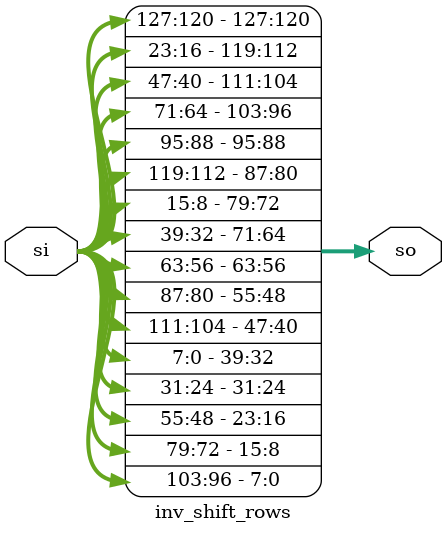
<source format=sv>

module inv_shift_rows (
	input logic [127:0]	si, 
	output logic [127:0] 	so 
);
 
 
assign 	so[127:96] = {si[127:120],si[23:16],si[47:40],si[71:64]};
assign 	so[95:64] = {si[95:88],si[119:112],si[15:8],si[39:32]};
assign 	so[63:32] = {si[63:56],si[87:80],si[111:104],si[7:0]};
assign 	so[31:0] = {si[31:24],si[55:48],si[79:72],si[103:96]};
                                                                 
endmodule
</source>
